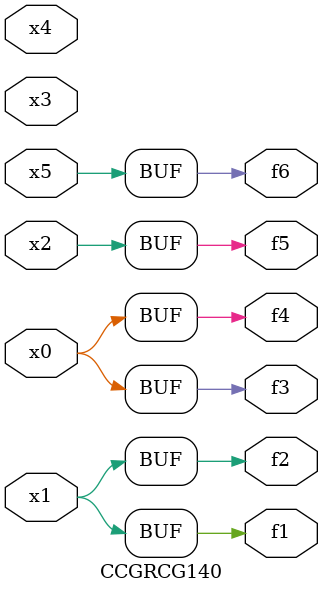
<source format=v>
module CCGRCG140(
	input x0, x1, x2, x3, x4, x5,
	output f1, f2, f3, f4, f5, f6
);
	assign f1 = x1;
	assign f2 = x1;
	assign f3 = x0;
	assign f4 = x0;
	assign f5 = x2;
	assign f6 = x5;
endmodule

</source>
